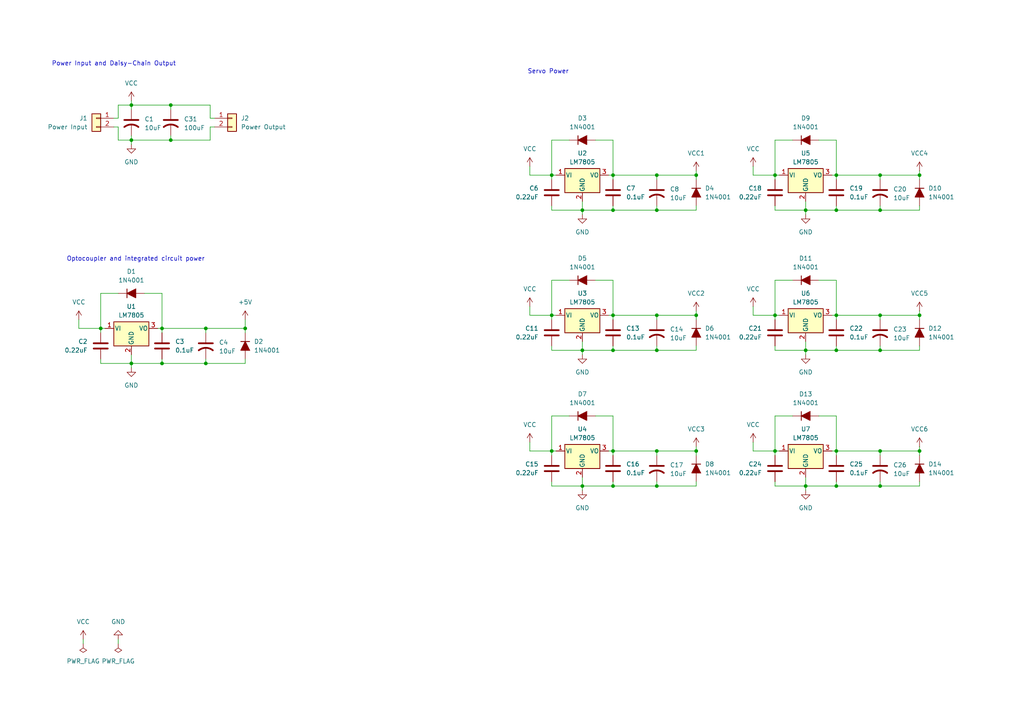
<source format=kicad_sch>
(kicad_sch (version 20250114) (generator "eeschema") (generator_version "9.0")
  (paper "A4")
  (lib_symbols
    (symbol "Connector_Generic:Conn_01x02" (pin_names (offset 1.016) (hide yes))
      (property "Reference" "J" (at 0 2.54 0))
      (property "Value" "Conn_01x02" (at 0 -5.08 0))
      (symbol "Conn_01x02_1_1"
        (rectangle (start -1.27 1.27) (end 1.27 -3.81) (stroke (width 0.254)) (fill (type background)))
        (rectangle (start -1.27 0.127) (end 0 -0.127) (stroke (width 0.1524)))
        (rectangle (start -1.27 -2.413) (end 0 -2.667) (stroke (width 0.1524)))
        (pin passive line (at -5.08 0 0) (length 3.81) (name "Pin_1") (number "1"))
        (pin passive line (at -5.08 -2.54 0) (length 3.81) (name "Pin_2") (number "2"))
      )
    )
    (symbol "Device:C" (pin_numbers (hide yes)) (pin_names (offset 0.254))
      (property "Reference" "C" (at 0.635 2.54 0))
      (property "Value" "C" (at 0.635 -2.54 0))
      (symbol "C_0_1"
        (polyline (pts (xy -2.032 0.762) (xy 2.032 0.762)) (stroke (width 0.508)))
        (polyline (pts (xy -2.032 -0.762) (xy 2.032 -0.762)) (stroke (width 0.508)))
      )
      (symbol "C_1_1"
        (pin passive line (at 0 3.81 270) (length 2.794) (name "~") (number "1"))
        (pin passive line (at 0 -3.81 90) (length 2.794) (name "~") (number "2"))
      )
    )
    (symbol "Device:C_US" (pin_numbers (hide yes)) (pin_names (offset 0.254) (hide yes))
      (property "Reference" "C" (at 0.635 2.54 0))
      (property "Value" "C_US" (at 0.635 -2.54 0))
      (symbol "C_US_0_1"
        (polyline (pts (xy -2.032 0.762) (xy 2.032 0.762)) (stroke (width 0.508)))
        (arc (start -2.032 -1.27) (mid 0 -0.5572) (end 2.032 -1.27) (stroke (width 0.508)))
      )
      (symbol "C_US_1_1"
        (pin passive line (at 0 3.81 270) (length 2.794) (name "~") (number "1"))
        (pin passive line (at 0 -3.81 90) (length 3.302) (name "~") (number "2"))
      )
    )
    (symbol "Device:D_Filled" (pin_numbers (hide yes)) (pin_names (offset 1.016) (hide yes))
      (property "Reference" "D" (at 0 2.54 0))
      (property "Value" "D_Filled" (at 0 -2.54 0))
      (symbol "D_Filled_0_1"
        (polyline (pts (xy -1.27 1.27) (xy -1.27 -1.27)) (stroke (width 0.254)))
        (polyline (pts (xy 1.27 1.27) (xy 1.27 -1.27) (xy -1.27 0) (xy 1.27 1.27)) (stroke (width 0.254)) (fill (type outline)))
        (polyline (pts (xy 1.27 0) (xy -1.27 0)))
      )
      (symbol "D_Filled_1_1"
        (pin passive line (at -3.81 0 0) (length 2.54) (name "K") (number "1"))
        (pin passive line (at 3.81 0 180) (length 2.54) (name "A") (number "2"))
      )
    )
    (symbol "Regulator_Linear:LM7805_TO220" (pin_names (offset 0.254))
      (property "Reference" "U" (at -3.81 3.175 0))
      (property "Value" "LM7805_TO220" (at 0 3.175 0))
      (symbol "LM7805_TO220_0_1"
        (rectangle (start -5.08 1.905) (end 5.08 -5.08) (stroke (width 0.254)) (fill (type background)))
      )
      (symbol "LM7805_TO220_1_1"
        (pin power_in line (at -7.62 0 0) (length 2.54) (name "VI") (number "1"))
        (pin power_in line (at 0 -7.62 90) (length 2.54) (name "GND") (number "2"))
        (pin power_out line (at 7.62 0 180) (length 2.54) (name "VO") (number "3"))
      )
    )
    (symbol "power:+5V" (power) (pin_numbers (hide yes)) (pin_names (offset 0) (hide yes))
      (property "Value" "+5V" (at 0 3.556 0))
      (symbol "+5V_0_1"
        (polyline (pts (xy -0.762 1.27) (xy 0 2.54)))
        (polyline (pts (xy 0 2.54) (xy 0.762 1.27)))
        (polyline (pts (xy 0 0) (xy 0 2.54)))
      )
      (symbol "+5V_1_1"
        (pin power_in line (at 0 0 90) (length 0) (name "~") (number "1"))
      )
    )
    (symbol "power:GND" (power) (pin_numbers (hide yes)) (pin_names (offset 0) (hide yes))
      (property "Value" "GND" (at 0 -3.81 0))
      (symbol "GND_0_1"
        (polyline (pts (xy 0 0) (xy 0 -1.27) (xy 1.27 -1.27) (xy 0 -2.54) (xy -1.27 -1.27) (xy 0 -1.27)))
      )
      (symbol "GND_1_1"
        (pin power_in line (at 0 0 270) (length 0) (name "~") (number "1"))
      )
    )
    (symbol "power:PWR_FLAG" (power) (pin_numbers (hide yes)) (pin_names (offset 0) (hide yes))
      (property "Value" "PWR_FLAG" (at 0 3.81 0))
      (symbol "PWR_FLAG_0_0"
        (pin power_out line (at 0 0 90) (length 0) (name "~") (number "1"))
      )
      (symbol "PWR_FLAG_0_1"
        (polyline (pts (xy 0 0) (xy 0 1.27) (xy -1.016 1.905) (xy 0 2.54) (xy 1.016 1.905) (xy 0 1.27)))
      )
    )
    (symbol "power:VCC" (power) (pin_numbers (hide yes)) (pin_names (offset 0) (hide yes))
      (property "Value" "VCC" (at 0 3.556 0))
      (symbol "VCC_0_1"
        (polyline (pts (xy -0.762 1.27) (xy 0 2.54)))
        (polyline (pts (xy 0 2.54) (xy 0.762 1.27)))
        (polyline (pts (xy 0 0) (xy 0 2.54)))
      )
      (symbol "VCC_1_1"
        (pin power_in line (at 0 0 90) (length 0) (name "~") (number "1"))
      )
    )
  )
  (text "Servo Power" (at 159.004 20.828 0) (effects (font (size 1.27 1.27))))
  (text "Optocoupler and integrated circuit power" (at 39.37 75.184 0) (effects (font (size 1.27 1.27))))
  (text "Power Input and Daisy-Chain Output" (at 33.02 18.542 0) (effects (font (size 1.27 1.27))))
  (junction (at 177.8 130.81))
  (junction (at 201.93 50.8))
  (junction (at 29.21 95.25))
  (junction (at 224.79 50.8))
  (junction (at 168.91 101.6))
  (junction (at 255.27 130.81))
  (junction (at 201.93 91.44))
  (junction (at 168.91 60.96))
  (junction (at 168.91 140.97))
  (junction (at 201.93 130.81))
  (junction (at 242.57 101.6))
  (junction (at 266.7 91.44))
  (junction (at 59.69 105.41))
  (junction (at 49.53 30.48))
  (junction (at 190.5 60.96))
  (junction (at 242.57 130.81))
  (junction (at 242.57 140.97))
  (junction (at 190.5 50.8))
  (junction (at 49.53 40.64))
  (junction (at 242.57 91.44))
  (junction (at 46.99 105.41))
  (junction (at 46.99 95.25))
  (junction (at 242.57 60.96))
  (junction (at 160.02 50.8))
  (junction (at 242.57 50.8))
  (junction (at 190.5 91.44))
  (junction (at 177.8 60.96))
  (junction (at 177.8 101.6))
  (junction (at 38.1 40.64))
  (junction (at 177.8 91.44))
  (junction (at 266.7 130.81))
  (junction (at 233.68 60.96))
  (junction (at 255.27 60.96))
  (junction (at 255.27 140.97))
  (junction (at 224.79 91.44))
  (junction (at 38.1 105.41))
  (junction (at 160.02 91.44))
  (junction (at 190.5 101.6))
  (junction (at 233.68 101.6))
  (junction (at 38.1 30.48))
  (junction (at 177.8 50.8))
  (junction (at 255.27 91.44))
  (junction (at 266.7 50.8))
  (junction (at 177.8 140.97))
  (junction (at 233.68 140.97))
  (junction (at 190.5 140.97))
  (junction (at 190.5 130.81))
  (junction (at 255.27 50.8))
  (junction (at 224.79 130.81))
  (junction (at 160.02 130.81))
  (junction (at 59.69 95.25))
  (junction (at 255.27 101.6))
  (junction (at 71.12 95.25))
  (wire (pts (xy 266.7 101.6) (xy 266.7 100.33)))
  (wire (pts (xy 266.7 60.96) (xy 266.7 59.69)))
  (wire (pts (xy 255.27 91.44) (xy 266.7 91.44)))
  (wire (pts (xy 224.79 91.44) (xy 224.79 92.71)))
  (wire (pts (xy 201.93 140.97) (xy 201.93 139.7)))
  (wire (pts (xy 266.7 130.81) (xy 266.7 132.08)))
  (wire (pts (xy 242.57 81.28) (xy 237.49 81.28)))
  (wire (pts (xy 22.86 92.71) (xy 22.86 95.25)))
  (wire (pts (xy 242.57 50.8) (xy 242.57 52.07)))
  (wire (pts (xy 190.5 101.6) (xy 201.93 101.6)))
  (wire (pts (xy 226.06 91.44) (xy 224.79 91.44)))
  (wire (pts (xy 71.12 95.25) (xy 71.12 96.52)))
  (wire (pts (xy 242.57 50.8) (xy 242.57 40.64)))
  (wire (pts (xy 177.8 101.6) (xy 177.8 100.33)))
  (wire (pts (xy 190.5 140.97) (xy 201.93 140.97)))
  (wire (pts (xy 177.8 91.44) (xy 177.8 81.28)))
  (wire (pts (xy 71.12 95.25) (xy 71.12 92.71)))
  (wire (pts (xy 233.68 140.97) (xy 242.57 140.97)))
  (wire (pts (xy 255.27 91.44) (xy 255.27 92.71)))
  (wire (pts (xy 34.29 36.83) (xy 34.29 40.64)))
  (wire (pts (xy 38.1 105.41) (xy 38.1 106.68)))
  (wire (pts (xy 168.91 99.06) (xy 168.91 101.6)))
  (wire (pts (xy 255.27 101.6) (xy 266.7 101.6)))
  (wire (pts (xy 190.5 130.81) (xy 201.93 130.81)))
  (wire (pts (xy 177.8 60.96) (xy 177.8 59.69)))
  (wire (pts (xy 177.8 130.81) (xy 177.8 120.65)))
  (wire (pts (xy 29.21 104.14) (xy 29.21 105.41)))
  (wire (pts (xy 30.48 95.25) (xy 29.21 95.25)))
  (wire (pts (xy 59.69 104.14) (xy 59.69 105.41)))
  (wire (pts (xy 165.1 40.64) (xy 160.02 40.64)))
  (wire (pts (xy 168.91 140.97) (xy 177.8 140.97)))
  (wire (pts (xy 233.68 140.97) (xy 233.68 142.24)))
  (wire (pts (xy 224.79 40.64) (xy 224.79 50.8)))
  (wire (pts (xy 266.7 50.8) (xy 266.7 52.07)))
  (wire (pts (xy 201.93 91.44) (xy 201.93 92.71)))
  (wire (pts (xy 233.68 58.42) (xy 233.68 60.96)))
  (wire (pts (xy 201.93 90.17) (xy 201.93 91.44)))
  (wire (pts (xy 226.06 130.81) (xy 224.79 130.81)))
  (wire (pts (xy 160.02 140.97) (xy 168.91 140.97)))
  (wire (pts (xy 176.53 130.81) (xy 177.8 130.81)))
  (wire (pts (xy 233.68 99.06) (xy 233.68 101.6)))
  (wire (pts (xy 46.99 105.41) (xy 46.99 104.14)))
  (wire (pts (xy 242.57 101.6) (xy 242.57 100.33)))
  (wire (pts (xy 224.79 60.96) (xy 233.68 60.96)))
  (wire (pts (xy 168.91 101.6) (xy 168.91 102.87)))
  (wire (pts (xy 160.02 130.81) (xy 160.02 132.08)))
  (wire (pts (xy 38.1 40.64) (xy 49.53 40.64)))
  (wire (pts (xy 266.7 91.44) (xy 266.7 92.71)))
  (wire (pts (xy 255.27 59.69) (xy 255.27 60.96)))
  (wire (pts (xy 177.8 81.28) (xy 172.72 81.28)))
  (wire (pts (xy 168.91 101.6) (xy 177.8 101.6)))
  (wire (pts (xy 34.29 30.48) (xy 38.1 30.48)))
  (wire (pts (xy 33.02 36.83) (xy 34.29 36.83)))
  (wire (pts (xy 266.7 140.97) (xy 266.7 139.7)))
  (wire (pts (xy 242.57 91.44) (xy 242.57 92.71)))
  (wire (pts (xy 190.5 59.69) (xy 190.5 60.96)))
  (wire (pts (xy 224.79 120.65) (xy 224.79 130.81)))
  (wire (pts (xy 242.57 60.96) (xy 242.57 59.69)))
  (wire (pts (xy 255.27 130.81) (xy 266.7 130.81)))
  (wire (pts (xy 38.1 30.48) (xy 38.1 31.75)))
  (wire (pts (xy 242.57 140.97) (xy 255.27 140.97)))
  (wire (pts (xy 224.79 81.28) (xy 224.79 91.44)))
  (wire (pts (xy 59.69 95.25) (xy 71.12 95.25)))
  (wire (pts (xy 190.5 139.7) (xy 190.5 140.97)))
  (wire (pts (xy 177.8 91.44) (xy 190.5 91.44)))
  (wire (pts (xy 224.79 139.7) (xy 224.79 140.97)))
  (wire (pts (xy 255.27 100.33) (xy 255.27 101.6)))
  (wire (pts (xy 161.29 91.44) (xy 160.02 91.44)))
  (wire (pts (xy 255.27 130.81) (xy 255.27 132.08)))
  (wire (pts (xy 160.02 130.81) (xy 153.67 130.81)))
  (wire (pts (xy 168.91 60.96) (xy 177.8 60.96)))
  (wire (pts (xy 201.93 60.96) (xy 201.93 59.69)))
  (wire (pts (xy 242.57 40.64) (xy 237.49 40.64)))
  (wire (pts (xy 160.02 60.96) (xy 168.91 60.96)))
  (wire (pts (xy 38.1 105.41) (xy 46.99 105.41)))
  (wire (pts (xy 229.87 40.64) (xy 224.79 40.64)))
  (wire (pts (xy 242.57 50.8) (xy 255.27 50.8)))
  (wire (pts (xy 38.1 29.21) (xy 38.1 30.48)))
  (wire (pts (xy 160.02 139.7) (xy 160.02 140.97)))
  (wire (pts (xy 177.8 101.6) (xy 190.5 101.6)))
  (wire (pts (xy 218.44 88.9) (xy 218.44 91.44)))
  (wire (pts (xy 242.57 91.44) (xy 255.27 91.44)))
  (wire (pts (xy 233.68 101.6) (xy 233.68 102.87)))
  (wire (pts (xy 160.02 100.33) (xy 160.02 101.6)))
  (wire (pts (xy 34.29 40.64) (xy 38.1 40.64)))
  (wire (pts (xy 201.93 50.8) (xy 201.93 52.07)))
  (wire (pts (xy 168.91 58.42) (xy 168.91 60.96)))
  (wire (pts (xy 34.29 85.09) (xy 29.21 85.09)))
  (wire (pts (xy 177.8 91.44) (xy 177.8 92.71)))
  (wire (pts (xy 24.13 185.42) (xy 24.13 186.69)))
  (wire (pts (xy 242.57 130.81) (xy 242.57 120.65)))
  (wire (pts (xy 177.8 50.8) (xy 190.5 50.8)))
  (wire (pts (xy 59.69 95.25) (xy 59.69 96.52)))
  (wire (pts (xy 160.02 59.69) (xy 160.02 60.96)))
  (wire (pts (xy 46.99 95.25) (xy 46.99 85.09)))
  (wire (pts (xy 165.1 81.28) (xy 160.02 81.28)))
  (wire (pts (xy 233.68 60.96) (xy 242.57 60.96)))
  (wire (pts (xy 224.79 91.44) (xy 218.44 91.44)))
  (wire (pts (xy 190.5 60.96) (xy 201.93 60.96)))
  (wire (pts (xy 161.29 50.8) (xy 160.02 50.8)))
  (wire (pts (xy 242.57 101.6) (xy 255.27 101.6)))
  (wire (pts (xy 177.8 50.8) (xy 177.8 52.07)))
  (wire (pts (xy 201.93 49.53) (xy 201.93 50.8)))
  (wire (pts (xy 29.21 95.25) (xy 29.21 96.52)))
  (wire (pts (xy 38.1 40.64) (xy 38.1 39.37)))
  (wire (pts (xy 45.72 95.25) (xy 46.99 95.25)))
  (wire (pts (xy 59.69 105.41) (xy 71.12 105.41)))
  (wire (pts (xy 60.96 40.64) (xy 60.96 36.83)))
  (wire (pts (xy 224.79 50.8) (xy 218.44 50.8)))
  (wire (pts (xy 190.5 50.8) (xy 201.93 50.8)))
  (wire (pts (xy 161.29 130.81) (xy 160.02 130.81)))
  (wire (pts (xy 233.68 60.96) (xy 233.68 62.23)))
  (wire (pts (xy 242.57 60.96) (xy 255.27 60.96)))
  (wire (pts (xy 176.53 91.44) (xy 177.8 91.44)))
  (wire (pts (xy 201.93 130.81) (xy 201.93 132.08)))
  (wire (pts (xy 255.27 50.8) (xy 255.27 52.07)))
  (wire (pts (xy 241.3 91.44) (xy 242.57 91.44)))
  (wire (pts (xy 160.02 101.6) (xy 168.91 101.6)))
  (wire (pts (xy 33.02 34.29) (xy 34.29 34.29)))
  (wire (pts (xy 177.8 140.97) (xy 190.5 140.97)))
  (wire (pts (xy 160.02 50.8) (xy 160.02 52.07)))
  (wire (pts (xy 153.67 128.27) (xy 153.67 130.81)))
  (wire (pts (xy 224.79 140.97) (xy 233.68 140.97)))
  (wire (pts (xy 201.93 129.54) (xy 201.93 130.81)))
  (wire (pts (xy 190.5 91.44) (xy 190.5 92.71)))
  (wire (pts (xy 224.79 130.81) (xy 224.79 132.08)))
  (wire (pts (xy 190.5 130.81) (xy 190.5 132.08)))
  (wire (pts (xy 160.02 40.64) (xy 160.02 50.8)))
  (wire (pts (xy 242.57 120.65) (xy 237.49 120.65)))
  (wire (pts (xy 38.1 102.87) (xy 38.1 105.41)))
  (wire (pts (xy 241.3 130.81) (xy 242.57 130.81)))
  (wire (pts (xy 266.7 49.53) (xy 266.7 50.8)))
  (wire (pts (xy 255.27 50.8) (xy 266.7 50.8)))
  (wire (pts (xy 190.5 100.33) (xy 190.5 101.6)))
  (wire (pts (xy 168.91 60.96) (xy 168.91 62.23)))
  (wire (pts (xy 242.57 140.97) (xy 242.57 139.7)))
  (wire (pts (xy 34.29 185.42) (xy 34.29 186.69)))
  (wire (pts (xy 177.8 120.65) (xy 172.72 120.65)))
  (wire (pts (xy 177.8 140.97) (xy 177.8 139.7)))
  (wire (pts (xy 177.8 40.64) (xy 172.72 40.64)))
  (wire (pts (xy 190.5 50.8) (xy 190.5 52.07)))
  (wire (pts (xy 153.67 88.9) (xy 153.67 91.44)))
  (wire (pts (xy 224.79 130.81) (xy 218.44 130.81)))
  (wire (pts (xy 224.79 50.8) (xy 224.79 52.07)))
  (wire (pts (xy 218.44 48.26) (xy 218.44 50.8)))
  (wire (pts (xy 218.44 128.27) (xy 218.44 130.81)))
  (wire (pts (xy 38.1 30.48) (xy 49.53 30.48)))
  (wire (pts (xy 176.53 50.8) (xy 177.8 50.8)))
  (wire (pts (xy 229.87 81.28) (xy 224.79 81.28)))
  (wire (pts (xy 49.53 39.37) (xy 49.53 40.64)))
  (wire (pts (xy 34.29 34.29) (xy 34.29 30.48)))
  (wire (pts (xy 177.8 50.8) (xy 177.8 40.64)))
  (wire (pts (xy 242.57 130.81) (xy 242.57 132.08)))
  (wire (pts (xy 168.91 138.43) (xy 168.91 140.97)))
  (wire (pts (xy 46.99 95.25) (xy 46.99 96.52)))
  (wire (pts (xy 160.02 50.8) (xy 153.67 50.8)))
  (wire (pts (xy 29.21 105.41) (xy 38.1 105.41)))
  (wire (pts (xy 233.68 138.43) (xy 233.68 140.97)))
  (wire (pts (xy 190.5 91.44) (xy 201.93 91.44)))
  (wire (pts (xy 60.96 34.29) (xy 62.23 34.29)))
  (wire (pts (xy 29.21 95.25) (xy 22.86 95.25)))
  (wire (pts (xy 224.79 59.69) (xy 224.79 60.96)))
  (wire (pts (xy 46.99 85.09) (xy 41.91 85.09)))
  (wire (pts (xy 266.7 90.17) (xy 266.7 91.44)))
  (wire (pts (xy 160.02 120.65) (xy 160.02 130.81)))
  (wire (pts (xy 29.21 85.09) (xy 29.21 95.25)))
  (wire (pts (xy 242.57 130.81) (xy 255.27 130.81)))
  (wire (pts (xy 255.27 140.97) (xy 266.7 140.97)))
  (wire (pts (xy 160.02 91.44) (xy 153.67 91.44)))
  (wire (pts (xy 153.67 48.26) (xy 153.67 50.8)))
  (wire (pts (xy 168.91 140.97) (xy 168.91 142.24)))
  (wire (pts (xy 160.02 81.28) (xy 160.02 91.44)))
  (wire (pts (xy 49.53 30.48) (xy 49.53 31.75)))
  (wire (pts (xy 165.1 120.65) (xy 160.02 120.65)))
  (wire (pts (xy 38.1 40.64) (xy 38.1 41.91)))
  (wire (pts (xy 60.96 30.48) (xy 60.96 34.29)))
  (wire (pts (xy 46.99 105.41) (xy 59.69 105.41)))
  (wire (pts (xy 60.96 36.83) (xy 62.23 36.83)))
  (wire (pts (xy 71.12 105.41) (xy 71.12 104.14)))
  (wire (pts (xy 241.3 50.8) (xy 242.57 50.8)))
  (wire (pts (xy 201.93 101.6) (xy 201.93 100.33)))
  (wire (pts (xy 177.8 130.81) (xy 177.8 132.08)))
  (wire (pts (xy 177.8 60.96) (xy 190.5 60.96)))
  (wire (pts (xy 224.79 100.33) (xy 224.79 101.6)))
  (wire (pts (xy 177.8 130.81) (xy 190.5 130.81)))
  (wire (pts (xy 224.79 101.6) (xy 233.68 101.6)))
  (wire (pts (xy 233.68 101.6) (xy 242.57 101.6)))
  (wire (pts (xy 226.06 50.8) (xy 224.79 50.8)))
  (wire (pts (xy 242.57 91.44) (xy 242.57 81.28)))
  (wire (pts (xy 49.53 40.64) (xy 60.96 40.64)))
  (wire (pts (xy 266.7 129.54) (xy 266.7 130.81)))
  (wire (pts (xy 229.87 120.65) (xy 224.79 120.65)))
  (wire (pts (xy 46.99 95.25) (xy 59.69 95.25)))
  (wire (pts (xy 49.53 30.48) (xy 60.96 30.48)))
  (wire (pts (xy 255.27 139.7) (xy 255.27 140.97)))
  (wire (pts (xy 255.27 60.96) (xy 266.7 60.96)))
  (wire (pts (xy 160.02 91.44) (xy 160.02 92.71)))
  (symbol (lib_id "power:VCC") (at 38.1 29.21 0) (unit 1)
    (property "Reference" "#PWR018" (effects (hide yes)))
    (property "Value" "VCC" (at 38.1 24.13 0))
    (property "Description" "Power symbol creates a global label with name \"VCC\"" (effects (hide yes)))
  )
  (symbol (lib_id "Device:C") (at 224.79 96.52 0) (mirror y) (unit 1)
    (property "Reference" "C21" (at 220.98 95.2499 0) (effects (justify left)))
    (property "Value" "0.22uF" (at 220.98 97.7899 0) (effects (justify left)))
    (property "Description" "Unpolarized capacitor" (effects (hide yes)))
  )
  (symbol (lib_id "power:VCC") (at 266.7 90.17 0) (unit 1)
    (property "Reference" "#PWR045" (effects (hide yes)))
    (property "Value" "VCC5" (at 266.7 85.09 0))
    (property "Description" "Power symbol creates a global label with name \"VCC\"" (effects (hide yes)))
  )
  (symbol (lib_id "power:VCC") (at 153.67 128.27 0) (unit 1)
    (property "Reference" "#PWR037" (effects (hide yes)))
    (property "Value" "VCC" (at 153.67 123.19 0))
    (property "Description" "Power symbol creates a global label with name \"VCC\"" (effects (hide yes)))
  )
  (symbol (lib_id "Device:D_Filled") (at 168.91 40.64 0) (unit 1)
    (property "Reference" "D3" (at 168.91 34.29 0))
    (property "Value" "1N4001" (at 168.91 36.83 0))
    (property "Description" "Diode, filled shape" (effects (hide yes)))
    (property "Sim.Device" "D" (effects (hide yes)))
    (property "Sim.Pins" "1=K 2=A" (effects (hide yes)))
  )
  (symbol (lib_id "Regulator_Linear:LM7805_TO220") (at 38.1 95.25 0) (unit 1)
    (property "Reference" "U1" (at 38.1 88.9 0))
    (property "Value" "LM7805" (at 38.1 91.44 0))
    (property "Footprint" "Package_TO_SOT_THT:TO-220-3_Vertical" (effects (hide yes)))
    (property "Datasheet" "https://www.onsemi.cn/PowerSolutions/document/MC7800-D.PDF" (effects (hide yes)))
    (property "Description" "Positive 1A 35V Linear Regulator, Fixed Output 5V, TO-220" (effects (hide yes)))
  )
  (symbol (lib_id "Device:D_Filled") (at 233.68 120.65 0) (unit 1)
    (property "Reference" "D13" (at 233.68 114.3 0))
    (property "Value" "1N4001" (at 233.68 116.84 0))
    (property "Description" "Diode, filled shape" (effects (hide yes)))
    (property "Sim.Device" "D" (effects (hide yes)))
    (property "Sim.Pins" "1=K 2=A" (effects (hide yes)))
  )
  (symbol (lib_id "power:VCC") (at 201.93 90.17 0) (unit 1)
    (property "Reference" "#PWR036" (effects (hide yes)))
    (property "Value" "VCC2" (at 201.93 85.09 0))
    (property "Description" "Power symbol creates a global label with name \"VCC\"" (effects (hide yes)))
  )
  (symbol (lib_id "power:VCC") (at 266.7 49.53 0) (unit 1)
    (property "Reference" "#PWR042" (effects (hide yes)))
    (property "Value" "VCC4" (at 266.7 44.45 0))
    (property "Description" "Power symbol creates a global label with name \"VCC\"" (effects (hide yes)))
  )
  (symbol (lib_id "Device:D_Filled") (at 168.91 120.65 0) (unit 1)
    (property "Reference" "D7" (at 168.91 114.3 0))
    (property "Value" "1N4001" (at 168.91 116.84 0))
    (property "Description" "Diode, filled shape" (effects (hide yes)))
    (property "Sim.Device" "D" (effects (hide yes)))
    (property "Sim.Pins" "1=K 2=A" (effects (hide yes)))
  )
  (symbol (lib_id "Device:C_US") (at 190.5 55.88 0) (unit 1)
    (property "Reference" "C8" (at 194.31 54.8639 0) (effects (justify left)))
    (property "Value" "10uF" (at 194.31 57.4039 0) (effects (justify left)))
    (property "Description" "capacitor, US symbol" (effects (hide yes)))
  )
  (symbol (lib_id "Regulator_Linear:LM7805_TO220") (at 233.68 91.44 0) (unit 1)
    (property "Reference" "U6" (at 233.68 85.09 0))
    (property "Value" "LM7805" (at 233.68 87.63 0))
    (property "Footprint" "Package_TO_SOT_THT:TO-220-3_Vertical" (effects (hide yes)))
    (property "Datasheet" "https://www.onsemi.cn/PowerSolutions/document/MC7800-D.PDF" (effects (hide yes)))
    (property "Description" "Positive 1A 35V Linear Regulator, Fixed Output 5V, TO-220" (effects (hide yes)))
  )
  (symbol (lib_id "Device:C") (at 160.02 55.88 0) (mirror y) (unit 1)
    (property "Reference" "C6" (at 156.21 54.6099 0) (effects (justify left)))
    (property "Value" "0.22uF" (at 156.21 57.1499 0) (effects (justify left)))
    (property "Description" "Unpolarized capacitor" (effects (hide yes)))
  )
  (symbol (lib_id "power:VCC") (at 24.13 185.42 0) (unit 1)
    (property "Reference" "#PWR016" (effects (hide yes)))
    (property "Value" "VCC" (at 24.13 180.34 0))
    (property "Description" "Power symbol creates a global label with name \"VCC\"" (effects (hide yes)))
  )
  (symbol (lib_id "Device:D_Filled") (at 266.7 55.88 270) (unit 1)
    (property "Reference" "D10" (at 269.24 54.6099 90) (effects (justify left)))
    (property "Value" "1N4001" (at 269.24 57.1499 90) (effects (justify left)))
    (property "Description" "Diode, filled shape" (effects (hide yes)))
    (property "Sim.Device" "D" (effects (hide yes)))
    (property "Sim.Pins" "1=K 2=A" (effects (hide yes)))
  )
  (symbol (lib_id "power:GND") (at 38.1 106.68 0) (unit 1)
    (property "Reference" "#PWR02" (effects (hide yes)))
    (property "Value" "GND" (at 38.1 111.76 0))
    (property "Description" "Power symbol creates a global label with name \"GND\" , ground" (effects (hide yes)))
  )
  (symbol (lib_id "power:VCC") (at 218.44 48.26 0) (unit 1)
    (property "Reference" "#PWR040" (effects (hide yes)))
    (property "Value" "VCC" (at 218.44 43.18 0))
    (property "Description" "Power symbol creates a global label with name \"VCC\"" (effects (hide yes)))
  )
  (symbol (lib_id "Regulator_Linear:LM7805_TO220") (at 168.91 91.44 0) (unit 1)
    (property "Reference" "U3" (at 168.91 85.09 0))
    (property "Value" "LM7805" (at 168.91 87.63 0))
    (property "Footprint" "Package_TO_SOT_THT:TO-220-3_Vertical" (effects (hide yes)))
    (property "Datasheet" "https://www.onsemi.cn/PowerSolutions/document/MC7800-D.PDF" (effects (hide yes)))
    (property "Description" "Positive 1A 35V Linear Regulator, Fixed Output 5V, TO-220" (effects (hide yes)))
  )
  (symbol (lib_id "Device:C") (at 242.57 135.89 0) (unit 1)
    (property "Reference" "C25" (at 246.38 134.6199 0) (effects (justify left)))
    (property "Value" "0.1uF" (at 246.38 137.1599 0) (effects (justify left)))
    (property "Description" "Unpolarized capacitor" (effects (hide yes)))
  )
  (symbol (lib_id "Device:D_Filled") (at 71.12 100.33 270) (unit 1)
    (property "Reference" "D2" (at 73.66 99.0599 90) (effects (justify left)))
    (property "Value" "1N4001" (at 73.66 101.5999 90) (effects (justify left)))
    (property "Description" "Diode, filled shape" (effects (hide yes)))
    (property "Sim.Device" "D" (effects (hide yes)))
    (property "Sim.Pins" "1=K 2=A" (effects (hide yes)))
  )
  (symbol (lib_id "power:VCC") (at 218.44 88.9 0) (unit 1)
    (property "Reference" "#PWR043" (effects (hide yes)))
    (property "Value" "VCC" (at 218.44 83.82 0))
    (property "Description" "Power symbol creates a global label with name \"VCC\"" (effects (hide yes)))
  )
  (symbol (lib_id "power:PWR_FLAG") (at 34.29 186.69 180) (unit 1)
    (property "Reference" "#FLG04" (effects (hide yes)))
    (property "Value" "PWR_FLAG" (at 34.29 191.77 0))
    (property "Description" "Special symbol for telling ERC where power comes from" (effects (hide yes)))
  )
  (symbol (lib_id "Device:C_US") (at 49.53 35.56 0) (unit 1)
    (property "Reference" "C31" (at 53.34 34.5439 0) (effects (justify left)))
    (property "Value" "100uF" (at 53.34 37.0839 0) (effects (justify left)))
    (property "Description" "capacitor, US symbol" (effects (hide yes)))
  )
  (symbol (lib_id "Device:C_US") (at 255.27 96.52 0) (unit 1)
    (property "Reference" "C23" (at 259.08 95.5039 0) (effects (justify left)))
    (property "Value" "10uF" (at 259.08 98.0439 0) (effects (justify left)))
    (property "Description" "capacitor, US symbol" (effects (hide yes)))
  )
  (symbol (lib_id "power:VCC") (at 153.67 88.9 0) (unit 1)
    (property "Reference" "#PWR034" (effects (hide yes)))
    (property "Value" "VCC" (at 153.67 83.82 0))
    (property "Description" "Power symbol creates a global label with name \"VCC\"" (effects (hide yes)))
  )
  (symbol (lib_id "Device:C") (at 224.79 135.89 0) (mirror y) (unit 1)
    (property "Reference" "C24" (at 220.98 134.6199 0) (effects (justify left)))
    (property "Value" "0.22uF" (at 220.98 137.1599 0) (effects (justify left)))
    (property "Description" "Unpolarized capacitor" (effects (hide yes)))
  )
  (symbol (lib_id "power:VCC") (at 201.93 49.53 0) (unit 1)
    (property "Reference" "#PWR021" (effects (hide yes)))
    (property "Value" "VCC1" (at 201.93 44.45 0))
    (property "Description" "Power symbol creates a global label with name \"VCC\"" (effects (hide yes)))
  )
  (symbol (lib_id "Device:D_Filled") (at 38.1 85.09 0) (unit 1)
    (property "Reference" "D1" (at 38.1 78.74 0))
    (property "Value" "1N4001" (at 38.1 81.28 0))
    (property "Description" "Diode, filled shape" (effects (hide yes)))
    (property "Sim.Device" "D" (effects (hide yes)))
    (property "Sim.Pins" "1=K 2=A" (effects (hide yes)))
  )
  (symbol (lib_id "Device:C_US") (at 255.27 135.89 0) (unit 1)
    (property "Reference" "C26" (at 259.08 134.8739 0) (effects (justify left)))
    (property "Value" "10uF" (at 259.08 137.4139 0) (effects (justify left)))
    (property "Description" "capacitor, US symbol" (effects (hide yes)))
  )
  (symbol (lib_id "Device:C") (at 177.8 55.88 0) (unit 1)
    (property "Reference" "C7" (at 181.61 54.6099 0) (effects (justify left)))
    (property "Value" "0.1uF" (at 181.61 57.1499 0) (effects (justify left)))
    (property "Description" "Unpolarized capacitor" (effects (hide yes)))
  )
  (symbol (lib_id "Connector_Generic:Conn_01x02") (at 27.94 34.29 0) (mirror y) (unit 1)
    (property "Reference" "J1" (at 25.4 34.2899 0) (effects (justify left)))
    (property "Value" "Power Input" (at 25.4 36.8299 0) (effects (justify left)))
    (property "Description" "Generic connector, single row, 01x02, script generated (kicad-library-utils/schlib/autogen/connector/)" (effects (hide yes)))
  )
  (symbol (lib_id "power:GND") (at 233.68 102.87 0) (unit 1)
    (property "Reference" "#PWR044" (effects (hide yes)))
    (property "Value" "GND" (at 233.68 107.95 0))
    (property "Description" "Power symbol creates a global label with name \"GND\" , ground" (effects (hide yes)))
  )
  (symbol (lib_id "Device:D_Filled") (at 201.93 55.88 270) (unit 1)
    (property "Reference" "D4" (at 204.47 54.6099 90) (effects (justify left)))
    (property "Value" "1N4001" (at 204.47 57.1499 90) (effects (justify left)))
    (property "Description" "Diode, filled shape" (effects (hide yes)))
    (property "Sim.Device" "D" (effects (hide yes)))
    (property "Sim.Pins" "1=K 2=A" (effects (hide yes)))
  )
  (symbol (lib_id "Device:C_US") (at 255.27 55.88 0) (unit 1)
    (property "Reference" "C20" (at 259.08 54.8639 0) (effects (justify left)))
    (property "Value" "10uF" (at 259.08 57.4039 0) (effects (justify left)))
    (property "Description" "capacitor, US symbol" (effects (hide yes)))
  )
  (symbol (lib_id "power:VCC") (at 266.7 129.54 0) (unit 1)
    (property "Reference" "#PWR048" (effects (hide yes)))
    (property "Value" "VCC6" (at 266.7 124.46 0))
    (property "Description" "Power symbol creates a global label with name \"VCC\"" (effects (hide yes)))
  )
  (symbol (lib_id "Device:C") (at 29.21 100.33 0) (mirror y) (unit 1)
    (property "Reference" "C2" (at 25.4 99.0599 0) (effects (justify left)))
    (property "Value" "0.22uF" (at 25.4 101.5999 0) (effects (justify left)))
    (property "Description" "Unpolarized capacitor" (effects (hide yes)))
  )
  (symbol (lib_id "Device:D_Filled") (at 233.68 81.28 0) (unit 1)
    (property "Reference" "D11" (at 233.68 74.93 0))
    (property "Value" "1N4001" (at 233.68 77.47 0))
    (property "Description" "Diode, filled shape" (effects (hide yes)))
    (property "Sim.Device" "D" (effects (hide yes)))
    (property "Sim.Pins" "1=K 2=A" (effects (hide yes)))
  )
  (symbol (lib_id "Device:D_Filled") (at 266.7 96.52 270) (unit 1)
    (property "Reference" "D12" (at 269.24 95.2499 90) (effects (justify left)))
    (property "Value" "1N4001" (at 269.24 97.7899 90) (effects (justify left)))
    (property "Description" "Diode, filled shape" (effects (hide yes)))
    (property "Sim.Device" "D" (effects (hide yes)))
    (property "Sim.Pins" "1=K 2=A" (effects (hide yes)))
  )
  (symbol (lib_id "Device:C_US") (at 190.5 135.89 0) (unit 1)
    (property "Reference" "C17" (at 194.31 134.8739 0) (effects (justify left)))
    (property "Value" "10uF" (at 194.31 137.4139 0) (effects (justify left)))
    (property "Description" "capacitor, US symbol" (effects (hide yes)))
  )
  (symbol (lib_id "Regulator_Linear:LM7805_TO220") (at 168.91 50.8 0) (unit 1)
    (property "Reference" "U2" (at 168.91 44.45 0))
    (property "Value" "LM7805" (at 168.91 46.99 0))
    (property "Footprint" "Package_TO_SOT_THT:TO-220-3_Vertical" (effects (hide yes)))
    (property "Datasheet" "https://www.onsemi.cn/PowerSolutions/document/MC7800-D.PDF" (effects (hide yes)))
    (property "Description" "Positive 1A 35V Linear Regulator, Fixed Output 5V, TO-220" (effects (hide yes)))
  )
  (symbol (lib_id "Device:D_Filled") (at 201.93 96.52 270) (unit 1)
    (property "Reference" "D6" (at 204.47 95.2499 90) (effects (justify left)))
    (property "Value" "1N4001" (at 204.47 97.7899 90) (effects (justify left)))
    (property "Description" "Diode, filled shape" (effects (hide yes)))
    (property "Sim.Device" "D" (effects (hide yes)))
    (property "Sim.Pins" "1=K 2=A" (effects (hide yes)))
  )
  (symbol (lib_id "Device:C") (at 177.8 96.52 0) (unit 1)
    (property "Reference" "C13" (at 181.61 95.2499 0) (effects (justify left)))
    (property "Value" "0.1uF" (at 181.61 97.7899 0) (effects (justify left)))
    (property "Description" "Unpolarized capacitor" (effects (hide yes)))
  )
  (symbol (lib_id "Device:C") (at 242.57 96.52 0) (unit 1)
    (property "Reference" "C22" (at 246.38 95.2499 0) (effects (justify left)))
    (property "Value" "0.1uF" (at 246.38 97.7899 0) (effects (justify left)))
    (property "Description" "Unpolarized capacitor" (effects (hide yes)))
  )
  (symbol (lib_id "Device:C") (at 224.79 55.88 0) (mirror y) (unit 1)
    (property "Reference" "C18" (at 220.98 54.6099 0) (effects (justify left)))
    (property "Value" "0.22uF" (at 220.98 57.1499 0) (effects (justify left)))
    (property "Description" "Unpolarized capacitor" (effects (hide yes)))
  )
  (symbol (lib_id "power:GND") (at 168.91 102.87 0) (unit 1)
    (property "Reference" "#PWR035" (effects (hide yes)))
    (property "Value" "GND" (at 168.91 107.95 0))
    (property "Description" "Power symbol creates a global label with name \"GND\" , ground" (effects (hide yes)))
  )
  (symbol (lib_id "Device:D_Filled") (at 201.93 135.89 270) (unit 1)
    (property "Reference" "D8" (at 204.47 134.6199 90) (effects (justify left)))
    (property "Value" "1N4001" (at 204.47 137.1599 90) (effects (justify left)))
    (property "Description" "Diode, filled shape" (effects (hide yes)))
    (property "Sim.Device" "D" (effects (hide yes)))
    (property "Sim.Pins" "1=K 2=A" (effects (hide yes)))
  )
  (symbol (lib_id "Regulator_Linear:LM7805_TO220") (at 168.91 130.81 0) (unit 1)
    (property "Reference" "U4" (at 168.91 124.46 0))
    (property "Value" "LM7805" (at 168.91 127 0))
    (property "Footprint" "Package_TO_SOT_THT:TO-220-3_Vertical" (effects (hide yes)))
    (property "Datasheet" "https://www.onsemi.cn/PowerSolutions/document/MC7800-D.PDF" (effects (hide yes)))
    (property "Description" "Positive 1A 35V Linear Regulator, Fixed Output 5V, TO-220" (effects (hide yes)))
  )
  (symbol (lib_id "power:GND") (at 34.29 185.42 180) (unit 1)
    (property "Reference" "#PWR017" (effects (hide yes)))
    (property "Value" "GND" (at 34.29 180.34 0))
    (property "Description" "Power symbol creates a global label with name \"GND\" , ground" (effects (hide yes)))
  )
  (symbol (lib_id "Connector_Generic:Conn_01x02") (at 67.31 34.29 0) (unit 1)
    (property "Reference" "J2" (at 69.85 34.2899 0) (effects (justify left)))
    (property "Value" "Power Output" (at 69.85 36.8299 0) (effects (justify left)))
    (property "Description" "Generic connector, single row, 01x02, script generated (kicad-library-utils/schlib/autogen/connector/)" (effects (hide yes)))
  )
  (symbol (lib_id "power:VCC") (at 218.44 128.27 0) (unit 1)
    (property "Reference" "#PWR046" (effects (hide yes)))
    (property "Value" "VCC" (at 218.44 123.19 0))
    (property "Description" "Power symbol creates a global label with name \"VCC\"" (effects (hide yes)))
  )
  (symbol (lib_id "power:PWR_FLAG") (at 24.13 186.69 180) (unit 1)
    (property "Reference" "#FLG03" (effects (hide yes)))
    (property "Value" "PWR_FLAG" (at 24.13 191.77 0))
    (property "Description" "Special symbol for telling ERC where power comes from" (effects (hide yes)))
  )
  (symbol (lib_id "power:GND") (at 168.91 62.23 0) (unit 1)
    (property "Reference" "#PWR023" (effects (hide yes)))
    (property "Value" "GND" (at 168.91 67.31 0))
    (property "Description" "Power symbol creates a global label with name \"GND\" , ground" (effects (hide yes)))
  )
  (symbol (lib_id "Device:D_Filled") (at 266.7 135.89 270) (unit 1)
    (property "Reference" "D14" (at 269.24 134.6199 90) (effects (justify left)))
    (property "Value" "1N4001" (at 269.24 137.1599 90) (effects (justify left)))
    (property "Description" "Diode, filled shape" (effects (hide yes)))
    (property "Sim.Device" "D" (effects (hide yes)))
    (property "Sim.Pins" "1=K 2=A" (effects (hide yes)))
  )
  (symbol (lib_id "Regulator_Linear:LM7805_TO220") (at 233.68 50.8 0) (unit 1)
    (property "Reference" "U5" (at 233.68 44.45 0))
    (property "Value" "LM7805" (at 233.68 46.99 0))
    (property "Footprint" "Package_TO_SOT_THT:TO-220-3_Vertical" (effects (hide yes)))
    (property "Datasheet" "https://www.onsemi.cn/PowerSolutions/document/MC7800-D.PDF" (effects (hide yes)))
    (property "Description" "Positive 1A 35V Linear Regulator, Fixed Output 5V, TO-220" (effects (hide yes)))
  )
  (symbol (lib_id "Device:C_US") (at 38.1 35.56 0) (unit 1)
    (property "Reference" "C1" (at 41.91 34.5439 0) (effects (justify left)))
    (property "Value" "10uF" (at 41.91 37.0839 0) (effects (justify left)))
    (property "Description" "capacitor, US symbol" (effects (hide yes)))
  )
  (symbol (lib_id "power:VCC") (at 22.86 92.71 0) (unit 1)
    (property "Reference" "#PWR01" (effects (hide yes)))
    (property "Value" "VCC" (at 22.86 87.63 0))
    (property "Description" "Power symbol creates a global label with name \"VCC\"" (effects (hide yes)))
  )
  (symbol (lib_id "Regulator_Linear:LM7805_TO220") (at 233.68 130.81 0) (unit 1)
    (property "Reference" "U7" (at 233.68 124.46 0))
    (property "Value" "LM7805" (at 233.68 127 0))
    (property "Footprint" "Package_TO_SOT_THT:TO-220-3_Vertical" (effects (hide yes)))
    (property "Datasheet" "https://www.onsemi.cn/PowerSolutions/document/MC7800-D.PDF" (effects (hide yes)))
    (property "Description" "Positive 1A 35V Linear Regulator, Fixed Output 5V, TO-220" (effects (hide yes)))
  )
  (symbol (lib_id "Device:C") (at 177.8 135.89 0) (unit 1)
    (property "Reference" "C16" (at 181.61 134.6199 0) (effects (justify left)))
    (property "Value" "0.1uF" (at 181.61 137.1599 0) (effects (justify left)))
    (property "Description" "Unpolarized capacitor" (effects (hide yes)))
  )
  (symbol (lib_id "Device:D_Filled") (at 233.68 40.64 0) (unit 1)
    (property "Reference" "D9" (at 233.68 34.29 0))
    (property "Value" "1N4001" (at 233.68 36.83 0))
    (property "Description" "Diode, filled shape" (effects (hide yes)))
    (property "Sim.Device" "D" (effects (hide yes)))
    (property "Sim.Pins" "1=K 2=A" (effects (hide yes)))
  )
  (symbol (lib_id "power:+5V") (at 71.12 92.71 0) (unit 1)
    (property "Reference" "#PWR020" (effects (hide yes)))
    (property "Value" "+5V" (at 71.12 87.63 0))
    (property "Description" "Power symbol creates a global label with name \"+5V\"" (effects (hide yes)))
  )
  (symbol (lib_id "power:GND") (at 168.91 142.24 0) (unit 1)
    (property "Reference" "#PWR038" (effects (hide yes)))
    (property "Value" "GND" (at 168.91 147.32 0))
    (property "Description" "Power symbol creates a global label with name \"GND\" , ground" (effects (hide yes)))
  )
  (symbol (lib_id "Device:C_US") (at 190.5 96.52 0) (unit 1)
    (property "Reference" "C14" (at 194.31 95.5039 0) (effects (justify left)))
    (property "Value" "10uF" (at 194.31 98.0439 0) (effects (justify left)))
    (property "Description" "capacitor, US symbol" (effects (hide yes)))
  )
  (symbol (lib_id "power:GND") (at 233.68 62.23 0) (unit 1)
    (property "Reference" "#PWR041" (effects (hide yes)))
    (property "Value" "GND" (at 233.68 67.31 0))
    (property "Description" "Power symbol creates a global label with name \"GND\" , ground" (effects (hide yes)))
  )
  (symbol (lib_id "Device:D_Filled") (at 168.91 81.28 0) (unit 1)
    (property "Reference" "D5" (at 168.91 74.93 0))
    (property "Value" "1N4001" (at 168.91 77.47 0))
    (property "Description" "Diode, filled shape" (effects (hide yes)))
    (property "Sim.Device" "D" (effects (hide yes)))
    (property "Sim.Pins" "1=K 2=A" (effects (hide yes)))
  )
  (symbol (lib_id "Device:C") (at 46.99 100.33 0) (unit 1)
    (property "Reference" "C3" (at 50.8 99.0599 0) (effects (justify left)))
    (property "Value" "0.1uF" (at 50.8 101.5999 0) (effects (justify left)))
    (property "Description" "Unpolarized capacitor" (effects (hide yes)))
  )
  (symbol (lib_id "power:GND") (at 233.68 142.24 0) (unit 1)
    (property "Reference" "#PWR047" (effects (hide yes)))
    (property "Value" "GND" (at 233.68 147.32 0))
    (property "Description" "Power symbol creates a global label with name \"GND\" , ground" (effects (hide yes)))
  )
  (symbol (lib_id "Device:C") (at 242.57 55.88 0) (unit 1)
    (property "Reference" "C19" (at 246.38 54.6099 0) (effects (justify left)))
    (property "Value" "0.1uF" (at 246.38 57.1499 0) (effects (justify left)))
    (property "Description" "Unpolarized capacitor" (effects (hide yes)))
  )
  (symbol (lib_id "power:VCC") (at 153.67 48.26 0) (unit 1)
    (property "Reference" "#PWR022" (effects (hide yes)))
    (property "Value" "VCC" (at 153.67 43.18 0))
    (property "Description" "Power symbol creates a global label with name \"VCC\"" (effects (hide yes)))
  )
  (symbol (lib_id "power:GND") (at 38.1 41.91 0) (unit 1)
    (property "Reference" "#PWR019" (effects (hide yes)))
    (property "Value" "GND" (at 38.1 46.99 0))
    (property "Description" "Power symbol creates a global label with name \"GND\" , ground" (effects (hide yes)))
  )
  (symbol (lib_id "Device:C") (at 160.02 96.52 0) (mirror y) (unit 1)
    (property "Reference" "C11" (at 156.21 95.2499 0) (effects (justify left)))
    (property "Value" "0.22uF" (at 156.21 97.7899 0) (effects (justify left)))
    (property "Description" "Unpolarized capacitor" (effects (hide yes)))
  )
  (symbol (lib_id "Device:C") (at 160.02 135.89 0) (mirror y) (unit 1)
    (property "Reference" "C15" (at 156.21 134.6199 0) (effects (justify left)))
    (property "Value" "0.22uF" (at 156.21 137.1599 0) (effects (justify left)))
    (property "Description" "Unpolarized capacitor" (effects (hide yes)))
  )
  (symbol (lib_id "Device:C_US") (at 59.69 100.33 0) (unit 1)
    (property "Reference" "C4" (at 63.5 99.3139 0) (effects (justify left)))
    (property "Value" "10uF" (at 63.5 101.8539 0) (effects (justify left)))
    (property "Description" "capacitor, US symbol" (effects (hide yes)))
  )
  (symbol (lib_id "power:VCC") (at 201.93 129.54 0) (unit 1)
    (property "Reference" "#PWR039" (effects (hide yes)))
    (property "Value" "VCC3" (at 201.93 124.46 0))
    (property "Description" "Power symbol creates a global label with name \"VCC\"" (effects (hide yes)))
  )
)
</source>
